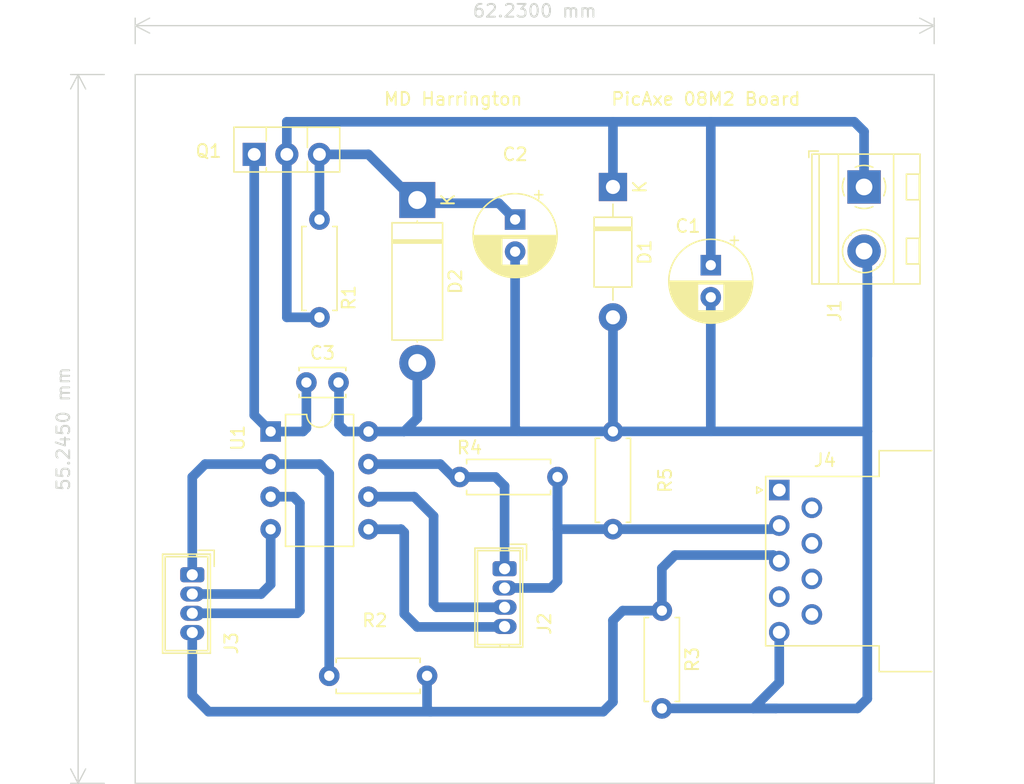
<source format=kicad_pcb>
(kicad_pcb (version 20211014) (generator pcbnew)
  (layers (0 "F.Cu" signal) (31 "B.Cu" signal) (34 "B.Paste" user) (35 "F.Paste" user) (36 "B.SilkS" user "B.Silkscreen") (37 "F.SilkS" user "F.Silkscreen") (38 "B.Mask" user) (39 "F.Mask" user) (44 "Edge.Cuts" user))
  (net 0 "")
  (net 1 "VCC")
  (net 2 "GND")
  (net 3 "Net-(C2-Pad1)")
  (net 4 "5v")
  (net 5 "Net-(J2-Pad1)")
  (net 6 "RX data")
  (net 7 "Net-(J2-Pad3)")
  (net 8 "Net-(J2-Pad4)")
  (net 9 "Net-(J3-Pad1)")
  (net 10 "Net-(J3-Pad2)")
  (net 11 "Net-(J3-Pad3)")
  (net 12 "TX data")
  (footprint "Resistor_THT:R_Axial_DIN0207_L6.3mm_D2.5mm_P7.62mm_Horizontal" (layer "F.Cu") (at 156.718 109.728 180)
    (fp_text reference "R2" (at 4.064 4.318) (layer "F.SilkS"))
    (fp_text value "22K")
    (fp_line (start 0.54 1.04) (end 0.54 1.37) (layer "F.SilkS") (width 0.12))
    (fp_line (start 0.54 -1.04) (end 0.54 -1.37) (layer "F.SilkS") (width 0.12))
    (fp_line (start 7.08 -1.37) (end 7.08 -1.04) (layer "F.SilkS") (width 0.12))
    (fp_line (start 0.54 -1.37) (end 7.08 -1.37) (layer "F.SilkS") (width 0.12))
    (fp_line (start 0.54 1.37) (end 7.08 1.37) (layer "F.SilkS") (width 0.12))
    (fp_line (start 7.08 1.37) (end 7.08 1.04) (layer "F.SilkS") (width 0.12))
    (pad "1" thru_hole circle (at 0 0 180) (size 1.6 1.6) (drill 0.8) (layers *.Cu *.Mask) (net 12 "TX data"))
    (pad "2" thru_hole oval (at 7.62 0 180) (size 1.6 1.6) (drill 0.8) (layers *.Cu *.Mask) (net 9 "Net-(J3-Pad1)"))
  )
  (footprint "TerminalBlock_MetzConnect:TerminalBlock_MetzConnect_Type094_RT03502HBLU_1x02_P5.00mm_Horizontal" (layer "F.Cu") (at 190.754 71.628 -90)
    (fp_text reference "J1" (at 9.652 2.286 90) (layer "F.SilkS"))
    (fp_text value "DC 12Volts")
    (fp_line (start 7.56 -4.36) (end 7.56 4.06) (layer "F.SilkS") (width 0.12))
    (fp_line (start -2.8 4.3) (end -2.3 4.3) (layer "F.SilkS") (width 0.12))
    (fp_line (start -2.56 -2.301) (end 7.56 -2.301) (layer "F.SilkS") (width 0.12))
    (fp_line (start 6 -4.3) (end 6 -3.3) (layer "F.SilkS") (width 0.12))
    (fp_line (start -2.56 4.06) (end 7.56 4.06) (layer "F.SilkS") (width 0.12))
    (fp_line (start -2.56 2) (end 7.56 2) (layer "F.SilkS") (width 0.12))
    (fp_line (start 4 -4.3) (end 4 -3.3) (layer "F.SilkS") (width 0.12))
    (fp_line (start -2.56 3.5) (end 7.56 3.5) (layer "F.SilkS") (width 0.12))
    (fp_line (start -1 -4.3) (end -1 -3.3) (layer "F.SilkS") (width 0.12))
    (fp_line (start 3.773 1.023) (end 3.726 1.069) (layer "F.SilkS") (width 0.12))
    (fp_line (start 4 -3.3) (end 6 -3.3) (layer "F.SilkS") (width 0.12))
    (fp_line (start -1 -3.3) (end 1 -3.3) (layer "F.SilkS") (width 0.12))
    (fp_line (start -2.56 -4.36) (end 7.56 -4.36) (layer "F.SilkS") (width 0.12))
    (fp_line (start -2.8 3.56) (end -2.8 4.3) (layer "F.SilkS") (width 0.12))
    (fp_line (start -2.56 -4.36) (end -2.56 4.06) (layer "F.SilkS") (width 0.12))
    (fp_line (start 4 -4.3) (end 6 -4.3) (layer "F.SilkS") (width 0.12))
    (fp_line (start 6.07 -1.275) (end 6.035 -1.239) (layer "F.SilkS") (width 0.12))
    (fp_line (start 3.966 1.239) (end 3.931 1.274) (layer "F.SilkS") (width 0.12))
    (fp_line (start 1 -4.3) (end 1 -3.3) (layer "F.SilkS") (width 0.12))
    (fp_line (start -1 -4.3) (end 1 -4.3) (layer "F.SilkS") (width 0.12))
    (fp_line (start 6.275 -1.069) (end 6.228 -1.023) (layer "F.SilkS") (width 0.12))
    (fp_arc (start -1.535427 0.683042) (mid -1.680501 -0.000524) (end -1.535 -0.684) (layer "F.SilkS") (width 0.12))
    (fp_arc (start 0.028805 1.680253) (mid -0.335551 1.646659) (end -0.684 1.535) (layer "F.SilkS") (width 0.12))
    (fp_arc (start 1.535427 -0.683042) (mid 1.680501 0.000524) (end 1.535 0.684) (layer "F.SilkS") (width 0.12))
    (fp_arc (start -0.683042 -1.535427) (mid 0.000524 -1.680501) (end 0.684 -1.535) (layer "F.SilkS") (width 0.12))
    (fp_arc (start 0.683318 1.534756) (mid 0.349292 1.643288) (end 0 1.68) (layer "F.SilkS") (width 0.12))
    (fp_circle (center 5 0) (end 6.68 0) (layer "F.SilkS") (width 0.12) (fill none))
    (pad "1" thru_hole rect (at 0 0 270) (size 2.6 2.6) (drill 1.3) (layers *.Cu *.Mask) (net 1 "VCC"))
    (pad "2" thru_hole circle (at 5 0 270) (size 2.6 2.6) (drill 1.3) (layers *.Cu *.Mask) (net 2 "GND"))
  )
  (footprint "Package_TO_SOT_THT:TO-126-3_Vertical" (layer "F.Cu") (at 143.256 69.088)
    (fp_text reference "Q1" (at -3.556 -0.254) (layer "F.SilkS"))
    (fp_text value "2SD600")
    (fp_line (start -1.58 1.37) (end 6.66 1.37) (layer "F.SilkS") (width 0.12))
    (fp_line (start 0.94 -2.12) (end 0.94 -1.05) (layer "F.SilkS") (width 0.12))
    (fp_line (start 0.94 1.05) (end 0.94 1.37) (layer "F.SilkS") (width 0.12))
    (fp_line (start -1.58 -2.12) (end 6.66 -2.12) (layer "F.SilkS") (width 0.12))
    (fp_line (start 6.66 -2.12) (end 6.66 1.37) (layer "F.SilkS") (width 0.12))
    (fp_line (start 4.141 0.54) (end 4.141 1.37) (layer "F.SilkS") (width 0.12))
    (fp_line (start 4.141 -2.12) (end 4.141 -0.54) (layer "F.SilkS") (width 0.12))
    (fp_line (start -1.58 -2.12) (end -1.58 1.37) (layer "F.SilkS") (width 0.12))
    (pad "1" thru_hole rect (at 0 0) (size 1.8 1.8) (drill 1) (layers *.Cu *.Mask) (net 4 "5v"))
    (pad "2" thru_hole oval (at 2.54 0) (size 1.8 1.8) (drill 1) (layers *.Cu *.Mask) (net 1 "VCC"))
    (pad "3" thru_hole oval (at 5.08 0) (size 1.8 1.8) (drill 1) (layers *.Cu *.Mask) (net 3 "Net-(C2-Pad1)"))
  )
  (footprint "Diode_THT:D_DO-41_SOD81_P10.16mm_Horizontal" (layer "F.Cu") (at 171.196 71.628 -90)
    (fp_text reference "D1" (at 5.08 -2.47 90) (layer "F.SilkS"))
    (fp_text value "1N4001")
    (fp_text user "K" (at 0 -2.1 90) (layer "F.SilkS"))
    (fp_line (start 2.36 -1.47) (end 2.36 1.47) (layer "F.SilkS") (width 0.12))
    (fp_line (start 8.82 0) (end 7.8 0) (layer "F.SilkS") (width 0.12))
    (fp_line (start 3.26 -1.47) (end 3.26 1.47) (layer "F.SilkS") (width 0.12))
    (fp_line (start 3.14 -1.47) (end 3.14 1.47) (layer "F.SilkS") (width 0.12))
    (fp_line (start 7.8 1.47) (end 7.8 -1.47) (layer "F.SilkS") (width 0.12))
    (fp_line (start 2.36 1.47) (end 7.8 1.47) (layer "F.SilkS") (width 0.12))
    (fp_line (start 1.34 0) (end 2.36 0) (layer "F.SilkS") (width 0.12))
    (fp_line (start 3.38 -1.47) (end 3.38 1.47) (layer "F.SilkS") (width 0.12))
    (fp_line (start 7.8 -1.47) (end 2.36 -1.47) (layer "F.SilkS") (width 0.12))
    (pad "1" thru_hole rect (at 0 0 270) (size 2.2 2.2) (drill 1.1) (layers *.Cu *.Mask) (net 1 "VCC"))
    (pad "2" thru_hole oval (at 10.16 0 270) (size 2.2 2.2) (drill 1.1) (layers *.Cu *.Mask) (net 2 "GND"))
  )
  (footprint "Resistor_THT:R_Axial_DIN0207_L6.3mm_D2.5mm_P7.62mm_Horizontal" (layer "F.Cu") (at 171.196 98.298 90)
    (fp_text reference "R5" (at 3.81 4.064 90) (layer "F.SilkS"))
    (fp_text value "10K")
    (fp_line (start 0.54 1.37) (end 7.08 1.37) (layer "F.SilkS") (width 0.12))
    (fp_line (start 0.54 -1.37) (end 7.08 -1.37) (layer "F.SilkS") (width 0.12))
    (fp_line (start 0.54 1.04) (end 0.54 1.37) (layer "F.SilkS") (width 0.12))
    (fp_line (start 0.54 -1.04) (end 0.54 -1.37) (layer "F.SilkS") (width 0.12))
    (fp_line (start 7.08 1.37) (end 7.08 1.04) (layer "F.SilkS") (width 0.12))
    (fp_line (start 7.08 -1.37) (end 7.08 -1.04) (layer "F.SilkS") (width 0.12))
    (pad "1" thru_hole circle (at 0 0 90) (size 1.6 1.6) (drill 0.8) (layers *.Cu *.Mask) (net 6 "RX data"))
    (pad "2" thru_hole oval (at 7.62 0 90) (size 1.6 1.6) (drill 0.8) (layers *.Cu *.Mask) (net 2 "GND"))
  )
  (footprint "Capacitor_THT:C_Disc_D3.4mm_W2.1mm_P2.50mm" (layer "F.Cu") (at 147.32 86.868)
    (fp_text reference "C3" (at 1.25 -2.3) (layer "F.SilkS"))
    (fp_text value "0.1 uf")
    (fp_line (start 3.07 0.925) (end 3.07 1.17) (layer "F.SilkS") (width 0.12))
    (fp_line (start -0.57 -1.17) (end 3.07 -1.17) (layer "F.SilkS") (width 0.12))
    (fp_line (start -0.57 0.925) (end -0.57 1.17) (layer "F.SilkS") (width 0.12))
    (fp_line (start -0.57 1.17) (end 3.07 1.17) (layer "F.SilkS") (width 0.12))
    (fp_line (start 3.07 -1.17) (end 3.07 -0.925) (layer "F.SilkS") (width 0.12))
    (fp_line (start -0.57 -1.17) (end -0.57 -0.925) (layer "F.SilkS") (width 0.12))
    (pad "1" thru_hole circle (at 0 0) (size 1.6 1.6) (drill 0.8) (layers *.Cu *.Mask) (net 4 "5v"))
    (pad "2" thru_hole circle (at 2.5 0) (size 1.6 1.6) (drill 0.8) (layers *.Cu *.Mask) (net 2 "GND"))
  )
  (footprint "Connector_Dsub:DSUB-9_Female_Horizontal_P2.77x2.54mm_EdgePinOffset9.40mm" (layer "F.Cu") (at 184.15 95.25 90)
    (fp_text reference "J4" (at 2.324 3.550331 180) (layer "F.SilkS"))
    (fp_text value "DB9_Male")
    (fp_line (start 0.25 -1.754338) (end 0 -1.321325) (layer "F.SilkS") (width 0.12))
    (fp_line (start -14.15 7.78) (end -12.14 7.78) (layer "F.SilkS") (width 0.12))
    (fp_line (start 1.06 7.78) (end 3.07 7.78) (layer "F.SilkS") (width 0.12))
    (fp_line (start -0.25 -1.754338) (end 0.25 -1.754338) (layer "F.SilkS") (width 0.12))
    (fp_line (start -12.14 -1.06) (end 1.06 -1.06) (layer "F.SilkS") (width 0.12))
    (fp_line (start 0 -1.321325) (end -0.25 -1.754338) (layer "F.SilkS") (width 0.12))
    (fp_line (start -14.15 11.88) (end -14.15 7.78) (layer "F.SilkS") (width 0.12))
    (fp_line (start -12.14 7.78) (end -12.14 -1.06) (layer "F.SilkS") (width 0.12))
    (fp_line (start 1.06 -1.06) (end 1.06 7.78) (layer "F.SilkS") (width 0.12))
    (fp_line (start 3.07 7.78) (end 3.07 11.88) (layer "F.SilkS") (width 0.12))
    (pad "1" thru_hole rect (at 0 0 90) (size 1.6 1.6) (drill 1) (layers *.Cu *.Mask))
    (pad "2" thru_hole circle (at -2.77 0 90) (size 1.6 1.6) (drill 1) (layers *.Cu *.Mask) (net 6 "RX data"))
    (pad "3" thru_hole circle (at -5.54 0 90) (size 1.6 1.6) (drill 1) (layers *.Cu *.Mask) (net 12 "TX data"))
    (pad "4" thru_hole circle (at -8.31 0 90) (size 1.6 1.6) (drill 1) (layers *.Cu *.Mask))
    (pad "5" thru_hole circle (at -11.08 0 90) (size 1.6 1.6) (drill 1) (layers *.Cu *.Mask) (net 2 "GND"))
    (pad "6" thru_hole circle (at -1.385 2.54 90) (size 1.6 1.6) (drill 1) (layers *.Cu *.Mask))
    (pad "7" thru_hole circle (at -4.155 2.54 90) (size 1.6 1.6) (drill 1) (layers *.Cu *.Mask))
    (pad "8" thru_hole circle (at -6.925 2.54 90) (size 1.6 1.6) (drill 1) (layers *.Cu *.Mask))
    (pad "9" thru_hole circle (at -9.695 2.54 90) (size 1.6 1.6) (drill 1) (layers *.Cu *.Mask))
  )
  (footprint "Capacitor_THT:CP_Radial_D6.3mm_P2.50mm" (layer "F.Cu") (at 163.576 74.168 -90)
    (fp_text reference "C2" (at -5.08 0 180) (layer "F.SilkS"))
    (fp_text value "C_Polarized")
    (fp_line (start 4.371 -0.94) (end 4.371 0.94) (layer "F.SilkS") (width 0.12))
    (fp_line (start 3.091 1.04) (end 3.091 2.664) (layer "F.SilkS") (width 0.12))
    (fp_line (start 2.891 1.04) (end 2.891 2.79) (layer "F.SilkS") (width 0.12))
    (fp_line (start 2.211 1.04) (end 2.211 3.086) (layer "F.SilkS") (width 0.12))
    (fp_line (start 2.091 1.04) (end 2.091 3.121) (layer "F.SilkS") (width 0.12))
    (fp_line (start 1.69 -3.201) (end 1.69 -1.04) (layer "F.SilkS") (width 0.12))
    (fp_line (start 3.691 -2.137) (end 3.691 2.137) (layer "F.SilkS") (width 0.12))
    (fp_line (start 2.291 -3.061) (end 2.291 -1.04) (layer "F.SilkS") (width 0.12))
    (fp_line (start 3.811 -1.995) (end 3.811 1.995) (layer "F.SilkS") (width 0.12))
    (fp_line (start 3.291 1.04) (end 3.291 2.516) (layer "F.SilkS") (width 0.12))
    (fp_line (start 3.011 1.04) (end 3.011 2.716) (layer "F.SilkS") (width 0.12))
    (fp_line (start 1.41 -3.227) (end 1.41 3.227) (layer "F.SilkS") (width 0.12))
    (fp_line (start -1.935241 -2.154) (end -1.935241 -1.524) (layer "F.SilkS") (width 0.12))
    (fp_line (start 4.331 -1.059) (end 4.331 1.059) (layer "F.SilkS") (width 0.12))
    (fp_line (start 2.371 1.04) (end 2.371 3.033) (layer "F.SilkS") (width 0.12))
    (fp_line (start 3.091 -2.664) (end 3.091 -1.04) (layer "F.SilkS") (width 0.12))
    (fp_line (start 3.291 -2.516) (end 3.291 -1.04) (layer "F.SilkS") (width 0.12))
    (fp_line (start 3.131 -2.636) (end 3.131 -1.04) (layer "F.SilkS") (width 0.12))
    (fp_line (start 4.411 -0.802) (end 4.411 0.802) (layer "F.SilkS") (width 0.12))
    (fp_line (start 2.411 1.04) (end 2.411 3.018) (layer "F.SilkS") (width 0.12))
    (fp_line (start 4.491 -0.402) (end 4.491 0.402) (layer "F.SilkS") (width 0.12))
    (fp_line (start 4.051 -1.65) (end 4.051 1.65) (layer "F.SilkS") (width 0.12))
    (fp_line (start 2.171 1.04) (end 2.171 3.098) (layer "F.SilkS") (width 0.12))
    (fp_line (start 2.771 1.04) (end 2.771 2.856) (layer "F.SilkS") (width 0.12))
    (fp_line (start 2.611 -2.934) (end 2.611 -1.04) (layer "F.SilkS") (width 0.12))
    (fp_line (start 2.931 1.04) (end 2.931 2.766) (layer "F.SilkS") (width 0.12))
    (fp_line (start 2.771 -2.856) (end 2.771 -1.04) (layer "F.SilkS") (width 0.12))
    (fp_line (start 1.65 -3.206) (end 1.65 -1.04) (layer "F.SilkS") (width 0.12))
    (fp_line (start 2.251 1.04) (end 2.251 3.074) (layer "F.SilkS") (width 0.12))
    (fp_line (start 1.25 -3.23) (end 1.25 3.23) (layer "F.SilkS") (width 0.12))
    (fp_line (start 1.85 -3.175) (end 1.85 -1.04) (layer "F.SilkS") (width 0.12))
    (fp_line (start 2.211 -3.086) (end 2.211 -1.04) (layer "F.SilkS") (width 0.12))
    (fp_line (start 2.011 1.04) (end 2.011 3.141) (layer "F.SilkS") (width 0.12))
    (fp_line (start 2.571 -2.952) (end 2.571 -1.04) (layer "F.SilkS") (width 0.12))
    (fp_line (start 1.49 -3.222) (end 1.49 -1.04) (layer "F.SilkS") (width 0.12))
    (fp_line (start 2.851 -2.812) (end 2.851 -1.04) (layer "F.SilkS") (width 0.12))
    (fp_line (start 2.811 1.04) (end 2.811 2.834) (layer "F.SilkS") (width 0.12))
    (fp_line (start 3.851 -1.944) (end 3.851 1.944) (layer "F.SilkS") (width 0.12))
    (fp_line (start 2.531 1.04) (end 2.531 2.97) (layer "F.SilkS") (width 0.12))
    (fp_line (start 3.971 -1.776) (end 3.971 1.776) (layer "F.SilkS") (width 0.12))
    (fp_line (start 2.411 -3.018) (end 2.411 -1.04) (layer "F.SilkS") (width 0.12))
    (fp_line (start 3.011 -2.716) (end 3.011 -1.04) (layer "F.SilkS") (width 0.12))
    (fp_line (start 3.251 -2.548) (end 3.251 -1.04) (layer "F.SilkS") (width 0.12))
    (fp_line (start 1.85 1.04) (end 1.85 3.175) (layer "F.SilkS") (width 0.12))
    (fp_line (start 2.651 1.04) (end 2.651 2.916) (layer "F.SilkS") (width 0.12))
    (fp_line (start 3.611 -2.224) (end 3.611 2.224) (layer "F.SilkS") (width 0.12))
    (fp_line (start 2.731 1.04) (end 2.731 2.876) (layer "F.SilkS") (width 0.12))
    (fp_line (start 3.651 -2.182) (end 3.651 2.182) (layer "F.SilkS") (width 0.12))
    (fp_line (start 1.57 -3.215) (end 1.57 -1.04) (layer "F.SilkS") (width 0.12))
    (fp_line (start 2.571 1.04) (end 2.571 2.952) (layer "F.SilkS") (width 0.12))
    (fp_line (start 2.451 1.04) (end 2.451 3.002) (layer "F.SilkS") (width 0.12))
    (fp_line (start 1.73 1.04) (end 1.73 3.195) (layer "F.SilkS") (width 0.12))
    (fp_line (start 2.971 -2.742) (end 2.971 -1.04) (layer "F.SilkS") (width 0.12))
    (fp_line (start 2.971 1.04) (end 2.971 2.742) (layer "F.SilkS") (width 0.12))
    (fp_line (start 3.411 1.04) (end 3.411 2.416) (layer "F.SilkS") (width 0.12))
    (fp_line (start 2.331 -3.047) (end 2.331 -1.04) (layer "F.SilkS") (width 0.12))
    (fp_line (start 3.051 -2.69) (end 3.051 -1.04) (layer "F.SilkS") (width 0.12))
    (fp_line (start 2.691 -2.896) (end 2.691 -1.04) (layer "F.SilkS") (width 0.12))
    (fp_line (start 3.931 -1.834) (end 3.931 1.834) (layer "F.SilkS") (width 0.12))
    (fp_line (start 1.89 -3.167) (end 1.89 -1.04) (layer "F.SilkS") (width 0.12))
    (fp_line (start 3.571 -2.265) (end 3.571 2.265) (layer "F.SilkS") (width 0.12))
    (fp_line (start 1.61 1.04) (end 1.61 3.211) (layer "F.SilkS") (width 0.12))
    (fp_line (start 4.131 -1.509) (end 4.131 1.509) (layer "F.SilkS") (width 0.12))
    (fp_line (start 1.73 -3.195) (end 1.73 -1.04) (layer "F.SilkS") (width 0.12))
    (fp_line (start 1.971 1.04) (end 1.971 3.15) (layer "F.SilkS") (width 0.12))
    (fp_line (start 4.091 -1.581) (end 4.091 1.581) (layer "F.SilkS") (width 0.12))
    (fp_line (start 2.451 -3.002) (end 2.451 -1.04) (layer "F.SilkS") (width 0.12))
    (fp_line (start 3.451 -2.38) (end 3.451 -1.04) (layer "F.SilkS") (width 0.12))
    (fp_line (start 3.371 -2.45) (end 3.371 -1.04) (layer "F.SilkS") (width 0.12))
    (fp_line (start 3.491 -2.343) (end 3.491 -1.04) (layer "F.SilkS") (width 0.12))
    (fp_line (start 3.411 -2.416) (end 3.411 -1.04) (layer "F.SilkS") (width 0.12))
    (fp_line (start 2.251 -3.074) (end 2.251 -1.04) (layer "F.SilkS") (width 0.12))
    (fp_line (start 2.011 -3.141) (end 2.011 -1.04) (layer "F.SilkS") (width 0.12))
    (fp_line (start 2.931 -2.766) (end 2.931 -1.04) (layer "F.SilkS") (width 0.12))
    (fp_line (start 4.251 -1.262) (end 4.251 1.262) (layer "F.SilkS") (width 0.12))
    (fp_line (start 3.251 1.04) (end 3.251 2.548) (layer "F.SilkS") (width 0.12))
    (fp_line (start 3.211 1.04) (end 3.211 2.578) (layer "F.SilkS") (width 0.12))
    (fp_line (start 4.211 -1.35) (end 4.211 1.35) (layer "F.SilkS") (width 0.12))
    (fp_line (start 2.051 -3.131) (end 2.051 -1.04) (layer "F.SilkS") (width 0.12))
    (fp_line (start 2.131 1.04) (end 2.131 3.11) (layer "F.SilkS") (width 0.12))
    (fp_line (start 4.011 -1.714) (end 4.011 1.714) (layer "F.SilkS") (width 0.12))
    (fp_line (start 3.451 1.04) (end 3.451 2.38) (layer "F.SilkS") (width 0.12))
    (fp_line (start 2.651 -2.916) (end 2.651 -1.04) (layer "F.SilkS") (width 0.12))
    (fp_line (start 1.69 1.04) (end 1.69 3.201) (layer "F.SilkS") (width 0.12))
    (fp_line (start 2.731 -2.876) (end 2.731 -1.04) (layer "F.SilkS") (width 0.12))
    (fp_line (start 3.531 -2.305) (end 3.531 -1.04) (layer "F.SilkS") (width 0.12))
    (fp_line (start 2.091 -3.121) (end 2.091 -1.04) (layer "F.SilkS") (width 0.12))
    (fp_line (start 3.731 -2.092) (end 3.731 2.092) (layer "F.SilkS") (width 0.12))
    (fp_line (start 3.211 -2.578) (end 3.211 -1.04) (layer "F.SilkS") (width 0.12))
    (fp_line (start 3.171 -2.607) (end 3.171 -1.04) (layer "F.SilkS") (width 0.12))
    (fp_line (start 3.371 1.04) (end 3.371 2.45) (layer "F.SilkS") (width 0.12))
    (fp_line (start 2.851 1.04) (end 2.851 2.812) (layer "F.SilkS") (width 0.12))
    (fp_line (start 3.891 -1.89) (end 3.891 1.89) (layer "F.SilkS") (width 0.12))
    (fp_line (start 1.61 -3.211) (end 1.61 -1.04) (layer "F.SilkS") (width 0.12))
    (fp_line (start 2.131 -3.11) (end 2.131 -1.04) (layer "F.SilkS") (width 0.12))
    (fp_line (start -2.250241 -1.839) (end -1.620241 -1.839) (layer "F.SilkS") (width 0.12))
    (fp_line (start 1.65 1.04) (end 1.65 3.206) (layer "F.SilkS") (width 0.12))
    (fp_line (start 1.53 -3.218) (end 1.53 -1.04) (layer "F.SilkS") (width 0.12))
    (fp_line (start 2.531 -2.97) (end 2.531 -1.04) (layer "F.SilkS") (width 0.12))
    (fp_line (start 2.171 -3.098) (end 2.171 -1.04) (layer "F.SilkS") (width 0.12))
    (fp_line (start 1.29 -3.23) (end 1.29 3.23) (layer "F.SilkS") (width 0.12))
    (fp_line (start 4.451 -0.633) (end 4.451 0.633) (layer "F.SilkS") (width 0.12))
    (fp_line (start 1.971 -3.15) (end 1.971 -1.04) (layer "F.SilkS") (width 0.12))
    (fp_line (start 1.53 1.04) (end 1.53 3.218) (layer "F.SilkS") (width 0.12))
    (fp_line (start 4.171 -1.432) (end 4.171 1.432) (layer "F.SilkS") (width 0.12))
    (fp_line (start 3.331 1.04) (end 3.331 2.484) (layer "F.SilkS") (width 0.12))
    (fp_line (start 1.77 -3.189) (end 1.77 -1.04) (layer "F.SilkS") (width 0.12))
    (fp_line (start 3.051 1.04) (end 3.051 2.69) (layer "F.SilkS") (width 0.12))
    (fp_line (start 1.49 1.04) (end 1.49 3.222) (layer "F.SilkS") (width 0.12))
    (fp_line (start 1.81 -3.182) (end 1.81 -1.04) (layer "F.SilkS") (width 0.12))
    (fp_line (start 2.331 1.04) (end 2.331 3.047) (layer "F.SilkS") (width 0.12))
    (fp_line (start 2.051 1.04) (end 2.051 3.131) (layer "F.SilkS") (width 0.12))
    (fp_line (start 2.291 1.04) (end 2.291 3.061) (layer "F.SilkS") (width 0.12))
    (fp_line (start 4.291 -1.165) (end 4.291 1.165) (layer "F.SilkS") (width 0.12))
    (fp_line (start 2.811 -2.834) (end 2.811 -1.04) (layer "F.SilkS") (width 0.12))
    (fp_line (start 3.491 1.04) (end 3.491 2.343) (layer "F.SilkS") (width 0.12))
    (fp_line (start 3.331 -2.484) (end 3.331 -1.04) (layer "F.SilkS") (width 0.12))
    (fp_line (start 2.691 1.04) (end 2.691 2.896) (layer "F.SilkS") (width 0.12))
    (fp_line (start 3.531 1.04) (end 3.531 2.305) (layer "F.SilkS") (width 0.12))
    (fp_line (start 1.89 1.04) (end 1.89 3.167) (layer "F.SilkS") (width 0.12))
    (fp_line (start 2.491 1.04) (end 2.491 2.986) (layer "F.SilkS") (width 0.12))
    (fp_line (start 1.37 -3.228) (end 1.37 3.228) (layer "F.SilkS") (width 0.12))
    (fp_line (start 1.57 1.04) (end 1.57 3.215) (layer "F.SilkS") (width 0.12))
    (fp_line (start 3.771 -2.044) (end 3.771 2.044) (layer "F.SilkS") (width 0.12))
    (fp_line (start 1.93 1.04) (end 1.93 3.159) (layer "F.SilkS") (width 0.12))
    (fp_line (start 3.131 1.04) (end 3.131 2.636) (layer "F.SilkS") (width 0.12))
    (fp_line (start 1.33 -3.23) (end 1.33 3.23) (layer "F.SilkS") (width 0.12))
    (fp_line (start 3.171 1.04) (end 3.171 2.607) (layer "F.SilkS") (width 0.12))
    (fp_line (start 1.77 1.04) (end 1.77 3.189) (layer "F.SilkS") (width 0.12))
    (fp_line (start 2.891 -2.79) (end 2.891 -1.04) (layer "F.SilkS") (width 0.12))
    (fp_line (start 1.45 -3.224) (end 1.45 3.224) (layer "F.SilkS") (width 0.12))
    (fp_line (start 2.491 -2.986) (end 2.491 -1.04) (layer "F.SilkS") (width 0.12))
    (fp_line (start 2.611 1.04) (end 2.611 2.934) (layer "F.SilkS") (width 0.12))
    (fp_line (start 2.371 -3.033) (end 2.371 -1.04) (layer "F.SilkS") (width 0.12))
    (fp_line (start 1.81 1.04) (end 1.81 3.182) (layer "F.SilkS") (width 0.12))
    (fp_line (start 1.93 -3.159) (end 1.93 -1.04) (layer "F.SilkS") (width 0.12))
    (fp_circle (center 1.25 0) (end 4.52 0) (layer "F.SilkS") (width 0.12) (fill none))
    (pad "1" thru_hole rect (at 0 0 270) (size 1.6 1.6) (drill 0.8) (layers *.Cu *.Mask) (net 3 "Net-(C2-Pad1)"))
    (pad "2" thru_hole circle (at 2.5 0 270) (size 1.6 1.6) (drill 0.8) (layers *.Cu *.Mask) (net 2 "GND"))
  )
  (footprint "Resistor_THT:R_Axial_DIN0207_L6.3mm_D2.5mm_P7.62mm_Horizontal" (layer "F.Cu") (at 148.336 81.788 90)
    (fp_text reference "R1" (at 1.524 2.286 90) (layer "F.SilkS"))
    (fp_text value "1K")
    (fp_line (start 7.08 1.37) (end 7.08 1.04) (layer "F.SilkS") (width 0.12))
    (fp_line (start 0.54 -1.37) (end 7.08 -1.37) (layer "F.SilkS") (width 0.12))
    (fp_line (start 0.54 1.37) (end 7.08 1.37) (layer "F.SilkS") (width 0.12))
    (fp_line (start 0.54 1.04) (end 0.54 1.37) (layer "F.SilkS") (width 0.12))
    (fp_line (start 0.54 -1.04) (end 0.54 -1.37) (layer "F.SilkS") (width 0.12))
    (fp_line (start 7.08 -1.37) (end 7.08 -1.04) (layer "F.SilkS") (width 0.12))
    (pad "1" thru_hole circle (at 0 0 90) (size 1.6 1.6) (drill 0.8) (layers *.Cu *.Mask) (net 1 "VCC"))
    (pad "2" thru_hole oval (at 7.62 0 90) (size 1.6 1.6) (drill 0.8) (layers *.Cu *.Mask) (net 3 "Net-(C2-Pad1)"))
  )
  (footprint "Capacitor_THT:CP_Radial_D6.3mm_P2.50mm" (layer "F.Cu") (at 178.816 77.724 -90)
    (fp_text reference "C1" (at -3.048 1.778 180) (layer "F.SilkS"))
    (fp_text value "C_Polarized")
    (fp_line (start 3.611 -2.224) (end 3.611 2.224) (layer "F.SilkS") (width 0.12))
    (fp_line (start 2.211 -3.086) (end 2.211 -1.04) (layer "F.SilkS") (width 0.12))
    (fp_line (start 2.931 -2.766) (end 2.931 -1.04) (layer "F.SilkS") (width 0.12))
    (fp_line (start 2.931 1.04) (end 2.931 2.766) (layer "F.SilkS") (width 0.12))
    (fp_line (start 1.73 -3.195) (end 1.73 -1.04) (layer "F.SilkS") (width 0.12))
    (fp_line (start 3.931 -1.834) (end 3.931 1.834) (layer "F.SilkS") (width 0.12))
    (fp_line (start 2.971 -2.742) (end 2.971 -1.04) (layer "F.SilkS") (width 0.12))
    (fp_line (start 1.77 1.04) (end 1.77 3.189) (layer "F.SilkS") (width 0.12))
    (fp_line (start 3.731 -2.092) (end 3.731 2.092) (layer "F.SilkS") (width 0.12))
    (fp_line (start 3.131 1.04) (end 3.131 2.636) (layer "F.SilkS") (width 0.12))
    (fp_line (start 2.731 -2.876) (end 2.731 -1.04) (layer "F.SilkS") (width 0.12))
    (fp_line (start 2.051 1.04) (end 2.051 3.131) (layer "F.SilkS") (width 0.12))
    (fp_line (start 1.29 -3.23) (end 1.29 3.23) (layer "F.SilkS") (width 0.12))
    (fp_line (start 2.491 -2.986) (end 2.491 -1.04) (layer "F.SilkS") (width 0.12))
    (fp_line (start 2.451 1.04) (end 2.451 3.002) (layer "F.SilkS") (width 0.12))
    (fp_line (start 2.251 -3.074) (end 2.251 -1.04) (layer "F.SilkS") (width 0.12))
    (fp_line (start 3.411 -2.416) (end 3.411 -1.04) (layer "F.SilkS") (width 0.12))
    (fp_line (start 2.371 1.04) (end 2.371 3.033) (layer "F.SilkS") (width 0.12))
    (fp_line (start 2.411 1.04) (end 2.411 3.018) (layer "F.SilkS") (width 0.12))
    (fp_line (start 4.331 -1.059) (end 4.331 1.059) (layer "F.SilkS") (width 0.12))
    (fp_line (start 1.93 1.04) (end 1.93 3.159) (layer "F.SilkS") (width 0.12))
    (fp_line (start 1.61 -3.211) (end 1.61 -1.04) (layer "F.SilkS") (width 0.12))
    (fp_line (start 2.371 -3.033) (end 2.371 -1.04) (layer "F.SilkS") (width 0.12))
    (fp_line (start -2.250241 -1.839) (end -1.620241 -1.839) (layer "F.SilkS") (width 0.12))
    (fp_line (start 3.331 1.04) (end 3.331 2.484) (layer "F.SilkS") (width 0.12))
    (fp_line (start 1.53 1.04) (end 1.53 3.218) (layer "F.SilkS") (width 0.12))
    (fp_line (start 2.531 1.04) (end 2.531 2.97) (layer "F.SilkS") (width 0.12))
    (fp_line (start 1.89 1.04) (end 1.89 3.167) (layer "F.SilkS") (width 0.12))
    (fp_line (start 1.89 -3.167) (end 1.89 -1.04) (layer "F.SilkS") (width 0.12))
    (fp_line (start 3.051 1.04) (end 3.051 2.69) (layer "F.SilkS") (width 0.12))
    (fp_line (start 2.211 1.04) (end 2.211 3.086) (layer "F.SilkS") (width 0.12))
    (fp_line (start 2.651 -2.916) (end 2.651 -1.04) (layer "F.SilkS") (width 0.12))
    (fp_line (start 2.091 1.04) (end 2.091 3.121) (layer "F.SilkS") (width 0.12))
    (fp_line (start 2.171 1.04) (end 2.171 3.098) (layer "F.SilkS") (width 0.12))
    (fp_line (start 2.851 1.04) (end 2.851 2.812) (layer "F.SilkS") (width 0.12))
    (fp_line (start 2.811 -2.834) (end 2.811 -1.04) (layer "F.SilkS") (width 0.12))
    (fp_line (start 3.651 -2.182) (end 3.651 2.182) (layer "F.SilkS") (width 0.12))
    (fp_line (start 1.93 -3.159) (end 1.93 -1.04) (layer "F.SilkS") (width 0.12))
    (fp_line (start 1.37 -3.228) (end 1.37 3.228) (layer "F.SilkS") (width 0.12))
    (fp_line (start 2.291 -3.061) (end 2.291 -1.04) (layer "F.SilkS") (width 0.12))
    (fp_line (start 4.291 -1.165) (end 4.291 1.165) (layer "F.SilkS") (width 0.12))
    (fp_line (start 3.011 1.04) (end 3.011 2.716) (layer "F.SilkS") (width 0.12))
    (fp_line (start -1.935241 -2.154) (end -1.935241 -1.524) (layer "F.SilkS") (width 0.12))
    (fp_line (start 1.69 -3.201) (end 1.69 -1.04) (layer "F.SilkS") (width 0.12))
    (fp_line (start 2.011 1.04) (end 2.011 3.141) (layer "F.SilkS") (width 0.12))
    (fp_line (start 1.25 -3.23) (end 1.25 3.23) (layer "F.SilkS") (width 0.12))
    (fp_line (start 4.491 -0.402) (end 4.491 0.402) (layer "F.SilkS") (width 0.12))
    (fp_line (start 3.291 -2.516) (end 3.291 -1.04) (layer "F.SilkS") (width 0.12))
    (fp_line (start 1.85 1.04) (end 1.85 3.175) (layer "F.SilkS") (width 0.12))
    (fp_line (start 2.011 -3.141) (end 2.011 -1.04) (layer "F.SilkS") (width 0.12))
    (fp_line (start 3.491 -2.343) (end 3.491 -1.04) (layer "F.SilkS") (width 0.12))
    (fp_line (start 3.211 -2.578) (end 3.211 -1.04) (layer "F.SilkS") (width 0.12))
    (fp_line (start 3.171 -2.607) (end 3.171 -1.04) (layer "F.SilkS") (width 0.12))
    (fp_line (start 3.251 1.04) (end 3.251 2.548) (layer "F.SilkS") (width 0.12))
    (fp_line (start 3.211 1.04) (end 3.211 2.578) (layer "F.SilkS") (width 0.12))
    (fp_line (start 2.691 -2.896) (end 2.691 -1.04) (layer "F.SilkS") (width 0.12))
    (fp_line (start 1.971 -3.15) (end 1.971 -1.04) (layer "F.SilkS") (width 0.12))
    (fp_line (start 2.611 1.04) (end 2.611 2.934) (layer "F.SilkS") (width 0.12))
    (fp_line (start 2.491 1.04) (end 2.491 2.986) (layer "F.SilkS") (width 0.12))
    (fp_line (start 1.45 -3.224) (end 1.45 3.224) (layer "F.SilkS") (width 0.12))
    (fp_line (start 2.731 1.04) (end 2.731 2.876) (layer "F.SilkS") (width 0.12))
    (fp_line (start 4.051 -1.65) (end 4.051 1.65) (layer "F.SilkS") (width 0.12))
    (fp_line (start 3.451 -2.38) (end 3.451 -1.04) (layer "F.SilkS") (width 0.12))
    (fp_line (start 1.81 -3.182) (end 1.81 -1.04) (layer "F.SilkS") (width 0.12))
    (fp_line (start 3.371 -2.45) (end 3.371 -1.04) (layer "F.SilkS") (width 0.12))
    (fp_line (start 2.331 1.04) (end 2.331 3.047) (layer "F.SilkS") (width 0.12))
    (fp_line (start 1.81 1.04) (end 1.81 3.182) (layer "F.SilkS") (width 0.12))
    (fp_line (start 1.971 1.04) (end 1.971 3.15) (layer "F.SilkS") (width 0.12))
    (fp_line (start 1.33 -3.23) (end 1.33 3.23) (layer "F.SilkS") (width 0.12))
    (fp_line (start 3.891 -1.89) (end 3.891 1.89) (layer "F.SilkS") (width 0.12))
    (fp_line (start 2.171 -3.098) (end 2.171 -1.04) (layer "F.SilkS") (width 0.12))
    (fp_line (start 1.53 -3.218) (end 1.53 -1.04) (layer "F.SilkS") (width 0.12))
    (fp_line (start 2.091 -3.121) (end 2.091 -1.04) (layer "F.SilkS") (width 0.12))
    (fp_line (start 3.371 1.04) (end 3.371 2.45) (layer "F.SilkS") (width 0.12))
    (fp_line (start 1.57 -3.215) (end 1.57 -1.04) (layer "F.SilkS") (width 0.12))
    (fp_line (start 2.571 1.04) (end 2.571 2.952) (layer "F.SilkS") (width 0.12))
    (fp_line (start 1.41 -3.227) (end 1.41 3.227) (layer "F.SilkS") (width 0.12))
    (fp_line (start 1.61 1.04) (end 1.61 3.211) (layer "F.SilkS") (width 0.12))
    (fp_line (start 3.571 -2.265) (end 3.571 2.265) (layer "F.SilkS") (width 0.12))
    (fp_line (start 3.291 1.04) (end 3.291 2.516) (layer "F.SilkS") (width 0.12))
    (fp_line (start 3.691 -2.137) (end 3.691 2.137) (layer "F.SilkS") (width 0.12))
    (fp_line (start 3.771 -2.044) (end 3.771 2.044) (layer "F.SilkS") (width 0.12))
    (fp_line (start 3.811 -1.995) (end 3.811 1.995) (layer "F.SilkS") (width 0.12))
    (fp_line (start 3.531 1.04) (end 3.531 2.305) (layer "F.SilkS") (width 0.12))
    (fp_line (start 3.251 -2.548) (end 3.251 -1.04) (layer "F.SilkS") (width 0.12))
    (fp_line (start 1.49 -3.222) (end 1.49 -1.04) (layer "F.SilkS") (width 0.12))
    (fp_line (start 3.331 -2.484) (end 3.331 -1.04) (layer "F.SilkS") (width 0.12))
    (fp_line (start 1.57 1.04) (end 1.57 3.215) (layer "F.SilkS") (width 0.12))
    (fp_line (start 1.65 -3.206) (end 1.65 -1.04) (layer "F.SilkS") (width 0.12))
    (fp_line (start 1.85 -3.175) (end 1.85 -1.04) (layer "F.SilkS") (width 0.12))
    (fp_line (start 3.091 -2.664) (end 3.091 -1.04) (layer "F.SilkS") (width 0.12))
    (fp_line (start 2.771 1.04) (end 2.771 2.856) (layer "F.SilkS") (width 0.12))
    (fp_line (start 4.091 -1.581) (end 4.091 1.581) (layer "F.SilkS") (width 0.12))
    (fp_line (start 4.131 -1.509) (end 4.131 1.509) (layer "F.SilkS") (width 0.12))
    (fp_line (start 2.531 -2.97) (end 2.531 -1.04) (layer "F.SilkS") (width 0.12))
    (fp_line (start 2.691 1.04) (end 2.691 2.896) (layer "F.SilkS") (width 0.12))
    (fp_line (start 2.851 -2.812) (end 2.851 -1.04) (layer "F.SilkS") (width 0.12))
    (fp_line (start 3.851 -1.944) (end 3.851 1.944) (layer "F.SilkS") (width 0.12))
    (fp_line (start 1.69 1.04) (end 1.69 3.201) (layer "F.SilkS") (width 0.12))
    (fp_line (start 2.571 -2.952) (end 2.571 -1.04) (layer "F.SilkS") (width 0.12))
    (fp_line (start 3.411 1.04) (end 3.411 2.416) (layer "F.SilkS") (width 0.12))
    (fp_line (start 4.171 -1.432) (end 4.171 1.432) (layer "F.SilkS") (width 0.12))
    (fp_line (start 2.771 -2.856) (end 2.771 -1.04) (layer "F.SilkS") (width 0.12))
    (fp_line (start 2.051 -3.131) (end 2.051 -1.04) (layer "F.SilkS") (width 0.12))
    (fp_line (start 4.211 -1.35) (end 4.211 1.35) (layer "F.SilkS") (width 0.12))
    (fp_line (start 3.051 -2.69) (end 3.051 -1.04) (layer "F.SilkS") (width 0.12))
    (fp_line (start 3.491 1.04) (end 3.491 2.343) (layer "F.SilkS") (width 0.12))
    (fp_line (start 1.49 1.04) (end 1.49 3.222) (layer "F.SilkS") (width 0.12))
    (fp_line (start 1.65 1.04) (end 1.65 3.206) (layer "F.SilkS") (width 0.12))
    (fp_line (start 3.091 1.04) (end 3.091 2.664) (layer "F.SilkS") (width 0.12))
    (fp_line (start 2.891 1.04) (end 2.891 2.79) (layer "F.SilkS") (width 0.12))
    (fp_line (start 2.251 1.04) (end 2.251 3.074) (layer "F.SilkS") (width 0.12))
    (fp_line (start 4.451 -0.633) (end 4.451 0.633) (layer "F.SilkS") (width 0.12))
    (fp_line (start 4.411 -0.802) (end 4.411 0.802) (layer "F.SilkS") (width 0.12))
    (fp_line (start 2.131 -3.11) (end 2.131 -1.04) (layer "F.SilkS") (width 0.12))
    (fp_line (start 1.77 -3.189) (end 1.77 -1.04) (layer "F.SilkS") (width 0.12))
    (fp_line (start 2.451 -3.002) (end 2.451 -1.04) (layer "F.SilkS") (width 0.12))
    (fp_line (start 3.011 -2.716) (end 3.011 -1.04) (layer "F.SilkS") (width 0.12))
    (fp_line (start 4.371 -0.94) (end 4.371 0.94) (layer "F.SilkS") (width 0.12))
    (fp_line (start 4.011 -1.714) (end 4.011 1.714) (layer "F.SilkS") (width 0.12))
    (fp_line (start 2.971 1.04) (end 2.971 2.742) (layer "F.SilkS") (width 0.12))
    (fp_line (start 2.891 -2.79) (end 2.891 -1.04) (layer "F.SilkS") (width 0.12))
    (fp_line (start 3.971 -1.776) (end 3.971 1.776) (layer "F.SilkS") (width 0.12))
    (fp_line (start 3.531 -2.305) (end 3.531 -1.04) (layer "F.SilkS") (width 0.12))
    (fp_line (start 3.451 1.04) (end 3.451 2.38) (layer "F.SilkS") (width 0.12))
    (fp_line (start 3.171 1.04) (end 3.171 2.607) (layer "F.SilkS") (width 0.12))
    (fp_line (start 2.411 -3.018) (end 2.411 -1.04) (layer "F.SilkS") (width 0.12))
    (fp_line (start 2.331 -3.047) (end 2.331 -1.04) (layer "F.SilkS") (width 0.12))
    (fp_line (start 2.651 1.04) (end 2.651 2.916) (layer "F.SilkS") (width 0.12))
    (fp_line (start 2.811 1.04) (end 2.811 2.834) (layer "F.SilkS") (width 0.12))
    (fp_line (start 3.131 -2.636) (end 3.131 -1.04) (layer "F.SilkS") (width 0.12))
    (fp_line (start 1.73 1.04) (end 1.73 3.195) (layer "F.SilkS") (width 0.12))
    (fp_line (start 2.131 1.04) (end 2.131 3.11) (layer "F.SilkS") (width 0.12))
    (fp_line (start 4.251 -1.262) (end 4.251 1.262) (layer "F.SilkS") (width 0.12))
    (fp_line (start 2.611 -2.934) (end 2.611 -1.04) (layer "F.SilkS") (width 0.12))
    (fp_line (start 2.291 1.04) (end 2.291 3.061) (layer "F.SilkS") (width 0.12))
    (fp_circle (center 1.25 0) (end 4.52 0) (layer "F.SilkS") (width 0.12) (fill none))
    (pad "1" thru_hole rect (at 0 0 270) (size 1.6 1.6) (drill 0.8) (layers *.Cu *.Mask) (net 1 "VCC"))
    (pad "2" thru_hole circle (at 2.5 0 270) (size 1.6 1.6) (drill 0.8) (layers *.Cu *.Mask) (net 2 "GND"))
  )
  (footprint "Resistor_THT:R_Axial_DIN0207_L6.3mm_D2.5mm_P7.62mm_Horizontal" (layer "F.Cu") (at 175.006 104.648 -90)
    (fp_text reference "R3" (at 3.81 -2.37 90) (layer "F.SilkS"))
    (fp_text value "10K")
    (fp_line (start 7.08 1.37) (end 7.08 1.04) (layer "F.SilkS") (width 0.12))
    (fp_line (start 0.54 -1.37) (end 7.08 -1.37) (layer "F.SilkS") (width 0.12))
    (fp_line (start 0.54 -1.04) (end 0.54 -1.37) (layer "F.SilkS") (width 0.12))
    (fp_line (start 0.54 1.04) (end 0.54 1.37) (layer "F.SilkS") (width 0.12))
    (fp_line (start 0.54 1.37) (end 7.08 1.37) (layer "F.SilkS") (width 0.12))
    (fp_line (start 7.08 -1.37) (end 7.08 -1.04) (layer "F.SilkS") (width 0.12))
    (pad "1" thru_hole circle (at 0 0 270) (size 1.6 1.6) (drill 0.8) (layers *.Cu *.Mask) (net 12 "TX data"))
    (pad "2" thru_hole oval (at 7.62 0 270) (size 1.6 1.6) (drill 0.8) (layers *.Cu *.Mask) (net 2 "GND"))
  )
  (footprint "Connector_Wuerth:Wuerth_WR-WTB_64800411622_1x04_P1.50mm_Vertical" (layer "F.Cu") (at 162.756 101.382 -90)
    (fp_text reference "J2" (at 4.282 -3.106 90) (layer "F.SilkS"))
    (fp_text value "Header")
    (fp_line (start -1.41 -1.21) (end 5.91 -1.21) (layer "F.SilkS") (width 0.12))
    (fp_line (start -1.41 -0.35) (end -1.41 -1.21) (layer "F.SilkS") (width 0.12))
    (fp_line (start -1.91 -1.71) (end -1.91 -0.46) (layer "F.SilkS") (width 0.12))
    (fp_line (start -1.61 -0.35) (end -1.41 -0.35) (layer "F.SilkS") (width 0.12))
    (fp_line (start 6.11 2.31) (end 6.11 -1.41) (layer "F.SilkS") (width 0.12))
    (fp_line (start -1.41 2.11) (end 5.91 2.11) (layer "F.SilkS") (width 0.12))
    (fp_line (start 5.91 -0.35) (end 6.11 -0.35) (layer "F.SilkS") (width 0.12))
    (fp_line (start -1.61 -1.41) (end -1.61 2.31) (layer "F.SilkS") (width 0.12))
    (fp_line (start 5.91 0.35) (end 6.11 0.35) (layer "F.SilkS") (width 0.12))
    (fp_line (start -1.41 -0.35) (end -1.41 0.35) (layer "F.SilkS") (width 0.12))
    (fp_line (start -1.61 2.31) (end 6.11 2.31) (layer "F.SilkS") (width 0.12))
    (fp_line (start -1.41 0.35) (end -1.41 2.11) (layer "F.SilkS") (width 0.12))
    (fp_line (start 5.91 -1.21) (end 5.91 -0.35) (layer "F.SilkS") (width 0.12))
    (fp_line (start 5.91 2.11) (end 5.91 0.35) (layer "F.SilkS") (width 0.12))
    (fp_line (start -0.66 -1.71) (end -1.91 -1.71) (layer "F.SilkS") (width 0.12))
    (fp_line (start 6.11 -1.41) (end -1.61 -1.41) (layer "F.SilkS") (width 0.12))
    (fp_line (start -1.41 0.35) (end -1.61 0.35) (layer "F.SilkS") (width 0.12))
    (fp_line (start 5.91 -0.35) (end 5.91 0.35) (layer "F.SilkS") (width 0.12))
    (pad "1" thru_hole roundrect (at 0 0 270) (size 1.17 1.87) (drill 0.87) (layers *.Cu *.Mask) (roundrect_rratio 0.213675) (net 5 "Net-(J2-Pad1)"))
    (pad "2" thru_hole oval (at 1.5 0 270) (size 1.17 1.87) (drill 0.87) (layers *.Cu *.Mask) (net 6 "RX data"))
    (pad "3" thru_hole oval (at 3 0 270) (size 1.17 1.87) (drill 0.87) (layers *.Cu *.Mask) (net 7 "Net-(J2-Pad3)"))
    (pad "4" thru_hole oval (at 4.5 0 270) (size 1.17 1.87) (drill 0.87) (layers *.Cu *.Mask) (net 8 "Net-(J2-Pad4)"))
  )
  (footprint "Package_DIP:DIP-8_W7.62mm" (layer "F.Cu") (at 144.536 90.688)
    (fp_text reference "U1" (at -2.55 0.498 90) (layer "F.SilkS"))
    (fp_text value "picaxe08m2")
    (fp_line (start 6.46 8.95) (end 6.46 -1.33) (layer "F.SilkS") (width 0.12))
    (fp_line (start 1.16 8.95) (end 6.46 8.95) (layer "F.SilkS") (width 0.12))
    (fp_line (start 6.46 -1.33) (end 4.81 -1.33) (layer "F.SilkS") (width 0.12))
    (fp_line (start 2.81 -1.33) (end 1.16 -1.33) (layer "F.SilkS") (width 0.12))
    (fp_line (start 1.16 -1.33) (end 1.16 8.95) (layer "F.SilkS") (width 0.12))
    (fp_arc (start 4.81 -1.33) (mid 3.81 -0.33) (end 2.81 -1.33) (layer "F.SilkS") (width 0.12))
    (pad "1" thru_hole rect (at 0 0) (size 1.6 1.6) (drill 0.8) (layers *.Cu *.Mask) (net 4 "5v"))
    (pad "2" thru_hole oval (at 0 2.54) (size 1.6 1.6) (drill 0.8) (layers *.Cu *.Mask) (net 9 "Net-(J3-Pad1)"))
    (pad "3" thru_hole oval (at 0 5.08) (size 1.6 1.6) (drill 0.8) (layers *.Cu *.Mask) (net 11 "Net-(J3-Pad3)"))
    (pad "4" thru_hole oval (at 0 7.62) (size 1.6 1.6) (drill 0.8) (layers *.Cu *.Mask) (net 10 "Net-(J3-Pad2)"))
    (pad "5" thru_hole oval (at 7.62 7.62) (size 1.6 1.6) (drill 0.8) (layers *.Cu *.Mask) (net 8 "Net-(J2-Pad4)"))
    (pad "6" thru_hole oval (at 7.62 5.08) (size 1.6 1.6) (drill 0.8) (layers *.Cu *.Mask) (net 7 "Net-(J2-Pad3)"))
    (pad "7" thru_hole oval (at 7.62 2.54) (size 1.6 1.6) (drill 0.8) (layers *.Cu *.Mask) (net 5 "Net-(J2-Pad1)"))
    (pad "8" thru_hole oval (at 7.62 0) (size 1.6 1.6) (drill 0.8) (layers *.Cu *.Mask) (net 2 "GND"))
  )
  (footprint "Resistor_THT:R_Axial_DIN0207_L6.3mm_D2.5mm_P7.62mm_Horizontal" (layer "F.Cu") (at 159.258 94.234)
    (fp_text reference "R4" (at 0.762 -2.286) (layer "F.SilkS"))
    (fp_text value "100R")
    (fp_line (start 0.54 -1.04) (end 0.54 -1.37) (layer "F.SilkS") (width 0.12))
    (fp_line (start 7.08 -1.37) (end 7.08 -1.04) (layer "F.SilkS") (width 0.12))
    (fp_line (start 0.54 -1.37) (end 7.08 -1.37) (layer "F.SilkS") (width 0.12))
    (fp_line (start 0.54 1.37) (end 7.08 1.37) (layer "F.SilkS") (width 0.12))
    (fp_line (start 7.08 1.37) (end 7.08 1.04) (layer "F.SilkS") (width 0.12))
    (fp_line (start 0.54 1.04) (end 0.54 1.37) (layer "F.SilkS") (width 0.12))
    (pad "1" thru_hole circle (at 0 0) (size 1.6 1.6) (drill 0.8) (layers *.Cu *.Mask) (net 5 "Net-(J2-Pad1)"))
    (pad "2" thru_hole oval (at 7.62 0) (size 1.6 1.6) (drill 0.8) (layers *.Cu *.Mask) (net 6 "RX data"))
  )
  (footprint "Connector_Wuerth:Wuerth_WR-WTB_64800411622_1x04_P1.50mm_Vertical" (layer "F.Cu") (at 138.43 101.854 -90)
    (fp_text reference "J3" (at 5.334 -3.048 90) (layer "F.SilkS"))
    (fp_text value "Header")
    (fp_line (start 5.91 -0.35) (end 5.91 0.35) (layer "F.SilkS") (width 0.12))
    (fp_line (start -1.61 -1.41) (end -1.61 2.31) (layer "F.SilkS") (width 0.12))
    (fp_line (start -1.41 -1.21) (end 5.91 -1.21) (layer "F.SilkS") (width 0.12))
    (fp_line (start -1.61 2.31) (end 6.11 2.31) (layer "F.SilkS") (width 0.12))
    (fp_line (start 5.91 0.35) (end 6.11 0.35) (layer "F.SilkS") (width 0.12))
    (fp_line (start -1.91 -1.71) (end -1.91 -0.46) (layer "F.SilkS") (width 0.12))
    (fp_line (start -1.41 -0.35) (end -1.41 -1.21) (layer "F.SilkS") (width 0.12))
    (fp_line (start -1.41 2.11) (end 5.91 2.11) (layer "F.SilkS") (width 0.12))
    (fp_line (start -1.61 -0.35) (end -1.41 -0.35) (layer "F.SilkS") (width 0.12))
    (fp_line (start 5.91 2.11) (end 5.91 0.35) (layer "F.SilkS") (width 0.12))
    (fp_line (start -1.41 -0.35) (end -1.41 0.35) (layer "F.SilkS") (width 0.12))
    (fp_line (start -1.41 0.35) (end -1.61 0.35) (layer "F.SilkS") (width 0.12))
    (fp_line (start 6.11 -1.41) (end -1.61 -1.41) (layer "F.SilkS") (width 0.12))
    (fp_line (start 5.91 -0.35) (end 6.11 -0.35) (layer "F.SilkS") (width 0.12))
    (fp_line (start 6.11 2.31) (end 6.11 -1.41) (layer "F.SilkS") (width 0.12))
    (fp_line (start 5.91 -1.21) (end 5.91 -0.35) (layer "F.SilkS") (width 0.12))
    (fp_line (start -1.41 0.35) (end -1.41 2.11) (layer "F.SilkS") (width 0.12))
    (fp_line (start -0.66 -1.71) (end -1.91 -1.71) (layer "F.SilkS") (width 0.12))
    (pad "1" thru_hole roundrect (at 0 0 270) (size 1.17 1.87) (drill 0.87) (layers *.Cu *.Mask) (roundrect_rratio 0.213675) (net 9 "Net-(J3-Pad1)"))
    (pad "2" thru_hole oval (at 1.5 0 270) (size 1.17 1.87) (drill 0.87) (layers *.Cu *.Mask) (net 10 "Net-(J3-Pad2)"))
    (pad "3" thru_hole oval (at 3 0 270) (size 1.17 1.87) (drill 0.87) (layers *.Cu *.Mask) (net 11 "Net-(J3-Pad3)"))
    (pad "4" thru_hole oval (at 4.5 0 270) (size 1.17 1.87) (drill 0.87) (layers *.Cu *.Mask) (net 12 "TX data"))
  )
  (footprint "Diode_THT:D_5W_P12.70mm_Horizontal" (layer "F.Cu") (at 155.956 72.644 -90)
    (fp_text reference "D2" (at 6.35 -2.97 90) (layer "F.SilkS"))
    (fp_text value "5v6 1watt")
    (fp_text user "K" (at 0 -2.4 90) (layer "F.SilkS"))
    (fp_line (start 3.235 -1.97) (end 3.235 1.97) (layer "F.SilkS") (width 0.12))
    (fp_line (start 3.355 -1.97) (end 3.355 1.97) (layer "F.SilkS") (width 0.12))
    (fp_line (start 3.115 -1.97) (end 3.115 1.97) (layer "F.SilkS") (width 0.12))
    (fp_line (start 11.06 0) (end 10.92 0) (layer "F.SilkS") (width 0.12))
    (fp_line (start 1.78 -1.97) (end 1.78 1.97) (layer "F.SilkS") (width 0.12))
    (fp_line (start 1.64 0) (end 1.78 0) (layer "F.SilkS") (width 0.12))
    (fp_line (start 1.78 1.97) (end 10.92 1.97) (layer "F.SilkS") (width 0.12))
    (fp_line (start 10.92 -1.97) (end 1.78 -1.97) (layer "F.SilkS") (width 0.12))
    (fp_line (start 10.92 1.97) (end 10.92 -1.97) (layer "F.SilkS") (width 0.12))
    (pad "1" thru_hole rect (at 0 0 270) (size 2.8 2.8) (drill 1.4) (layers *.Cu *.Mask) (net 3 "Net-(C2-Pad1)"))
    (pad "2" thru_hole oval (at 12.7 0 270) (size 2.8 2.8) (drill 1.4) (layers *.Cu *.Mask) (net 2 "GND"))
  )
  (gr_line (start 196.215 62.865) (end 196.215 118.11) (layer "Edge.Cuts") (width 0.1))
  (gr_line (start 133.985 118.11) (end 133.985 62.865) (layer "Edge.Cuts") (width 0.1))
  (gr_line (start 196.215 118.11) (end 133.985 118.11) (layer "Edge.Cuts") (width 0.1))
  (gr_line (start 133.985 62.865) (end 196.215 62.865) (layer "Edge.Cuts") (width 0.1))
  (gr_text "PicAxe 08M2 Board" (at 178.435 64.77) (layer "F.SilkS") (effects (font (size 1 1))))
  (gr_text "MD Harrington" (at 158.75 64.77) (layer "F.SilkS") (effects (font (size 1 1))))
  (dimension (type aligned) (layer "Edge.Cuts") (pts (xy 132.08 62.865) (xy 132.08 118.11)) (height 2.54) (gr_text "55.2450 mm" (at 128.39 90.4875 90) (layer "Edge.Cuts") (effects (font (size 1 1) (thickness 0.15)))) (format (units 3) (units_format 1) (precision 4)) (style (thickness 0.1) (arrow_length 1.27) (text_position_mode 0) (extension_height 0.58642) (extension_offset 0.5) keep_text_aligned))
  (dimension (type aligned) (layer "Edge.Cuts") (pts (xy 133.985 60.96) (xy 196.215 60.96)) (height -1.905) (gr_text "62.2300 mm" (at 165.1 57.905) (layer "Edge.Cuts") (effects (font (size 1 1) (thickness 0.15)))) (format (units 3) (units_format 1) (precision 4)) (style (thickness 0.1) (arrow_length 1.27) (text_position_mode 0) (extension_height 0.58642) (extension_offset 0.5) keep_text_aligned))
  (segment (start 145.796 81.788) (end 148.336 81.788) (width 0.75) (layer "B.Cu") (net 1))
  (segment (start 145.796 69.088) (end 145.796 81.788) (width 0.75) (layer "B.Cu") (net 1))
  (segment (start 145.796 66.548) (end 178.816 66.548) (width 0.75) (layer "B.Cu") (net 1))
  (segment (start 178.816 66.548) (end 189.992 66.548) (width 0.75) (layer "B.Cu") (net 1))
  (segment (start 189.992 66.548) (end 190.754 67.31) (width 0.75) (layer "B.Cu") (net 1))
  (segment (start 171.196 71.628) (end 171.196 66.548) (width 0.75) (layer "B.Cu") (net 1))
  (segment (start 178.816 77.724) (end 178.816 66.548) (width 0.75) (layer "B.Cu") (net 1))
  (segment (start 190.754 67.31) (end 190.754 71.628) (width 0.75) (layer "B.Cu") (net 1))
  (segment (start 145.796 69.088) (end 145.796 66.548) (width 0.75) (layer "B.Cu") (net 1))
  (segment (start 171.196 90.678) (end 178.816 90.678) (width 0.75) (layer "B.Cu") (net 2))
  (segment (start 154.94 90.678) (end 163.83 90.678) (width 0.75) (layer "B.Cu") (net 2))
  (segment (start 183.896 112.268) (end 175.006 112.268) (width 0.75) (layer "B.Cu") (net 2))
  (segment (start 150.378 90.688) (end 152.156 90.688) (width 0.75) (layer "B.Cu") (net 2))
  (segment (start 154.93 90.688) (end 155.956 89.662) (width 0.75) (layer "B.Cu") (net 2))
  (segment (start 154.93 90.688) (end 154.94 90.678) (width 0.75) (layer "B.Cu") (net 2))
  (segment (start 163.576 90.424) (end 163.83 90.678) (width 0.75) (layer "B.Cu") (net 2))
  (segment (start 190.246 112.268) (end 191.008 111.506) (width 0.75) (layer "B.Cu") (net 2))
  (segment (start 182.118 112.268) (end 183.896 112.268) (width 0.75) (layer "B.Cu") (net 2))
  (segment (start 191.008 90.678) (end 191.008 78.66) (width 0.75) (layer "B.Cu") (net 2))
  (segment (start 191.008 78.66) (end 191.008 76.882) (width 0.75) (layer "B.Cu") (net 2))
  (segment (start 184.15 110.236) (end 182.118 112.268) (width 0.75) (layer "B.Cu") (net 2))
  (segment (start 191.008 76.882) (end 190.754 76.628) (width 0.75) (layer "B.Cu") (net 2))
  (segment (start 178.816 80.224) (end 178.816 90.678) (width 0.75) (layer "B.Cu") (net 2))
  (segment (start 149.86 90.17) (end 150.378 90.688) (width 0.75) (layer "B.Cu") (net 2))
  (segment (start 191.008 111.506) (end 191.008 90.678) (width 0.75) (layer "B.Cu") (net 2))
  (segment (start 152.156 90.688) (end 154.93 90.688) (width 0.75) (layer "B.Cu") (net 2))
  (segment (start 171.196 81.788) (end 171.196 90.678) (width 0.75) (layer "B.Cu") (net 2))
  (segment (start 191.008 84.836) (end 191.008 78.66) (width 0.75) (layer "B.Cu") (net 2))
  (segment (start 183.896 112.268) (end 190.246 112.268) (width 0.75) (layer "B.Cu") (net 2))
  (segment (start 178.816 90.678) (end 191.008 90.678) (width 0.75) (layer "B.Cu") (net 2))
  (segment (start 163.83 90.678) (end 171.196 90.678) (width 0.75) (layer "B.Cu") (net 2))
  (segment (start 184.15 106.33) (end 184.15 110.236) (width 0.75) (layer "B.Cu") (net 2))
  (segment (start 163.576 76.668) (end 163.576 90.424) (width 0.75) (layer "B.Cu") (net 2))
  (segment (start 149.82 86.868) (end 149.86 86.908) (width 0.75) (layer "B.Cu") (net 2))
  (segment (start 155.956 89.662) (end 155.956 85.598) (width 0.75) (layer "B.Cu") (net 2))
  (segment (start 149.86 86.908) (end 149.86 90.17) (width 0.75) (layer "B.Cu") (net 2))
  (segment (start 152.146 69.088) (end 155.956 72.898) (width 0.75) (layer "B.Cu") (net 3))
  (segment (start 148.336 69.088) (end 152.146 69.088) (width 0.75) (layer "B.Cu") (net 3))
  (segment (start 155.956 72.898) (end 162.306 72.898) (width 0.75) (layer "B.Cu") (net 3))
  (segment (start 162.306 72.898) (end 163.576 74.168) (width 0.75) (layer "B.Cu") (net 3))
  (segment (start 148.336 69.088) (end 148.336 74.168) (width 0.75) (layer "B.Cu") (net 3))
  (segment (start 144.536 90.688) (end 144.536 90.668) (width 0.75) (layer "B.Cu") (net 4))
  (segment (start 147.32 90.424) (end 147.056 90.688) (width 0.75) (layer "B.Cu") (net 4))
  (segment (start 143.256 89.408) (end 144.536 90.688) (width 0.75) (layer "B.Cu") (net 4))
  (segment (start 147.056 90.688) (end 144.536 90.688) (width 0.75) (layer "B.Cu") (net 4))
  (segment (start 143.256 69.088) (end 143.256 89.408) (width 0.75) (layer "B.Cu") (net 4))
  (segment (start 147.32 86.868) (end 147.32 90.424) (width 0.75) (layer "B.Cu") (net 4))
  (segment (start 159.258 94.234) (end 158.75 94.234) (width 0.75) (layer "B.Cu") (net 5))
  (segment (start 157.744 93.228) (end 152.156 93.228) (width 0.75) (layer "B.Cu") (net 5))
  (segment (start 158.75 94.234) (end 157.744 93.228) (width 0.75) (layer "B.Cu") (net 5))
  (segment (start 159.258 94.234) (end 162.052 94.234) (width 0.75) (layer "B.Cu") (net 5))
  (segment (start 162.756 94.938) (end 162.756 101.382) (width 0.75) (layer "B.Cu") (net 5))
  (segment (start 162.052 94.234) (end 162.756 94.938) (width 0.75) (layer "B.Cu") (net 5))
  (segment (start 166.358 102.882) (end 162.756 102.882) (width 0.75) (layer "B.Cu") (net 6))
  (segment (start 166.878 94.234) (end 166.878 102.362) (width 0.75) (layer "B.Cu") (net 6))
  (segment (start 183.872 98.298) (end 171.196 98.298) (width 0.75) (layer "B.Cu") (net 6))
  (segment (start 166.878 98.298) (end 166.878 94.234) (width 0.75) (layer "B.Cu") (net 6))
  (segment (start 171.196 98.298) (end 166.878 98.298) (width 0.75) (layer "B.Cu") (net 6))
  (segment (start 171.45 98.552) (end 171.196 98.298) (width 0.75) (layer "B.Cu") (net 6))
  (segment (start 184.15 98.02) (end 183.872 98.298) (width 0.75) (layer "B.Cu") (net 6))
  (segment (start 166.878 102.362) (end 166.358 102.882) (width 0.75) (layer "B.Cu") (net 6))
  (segment (start 157.468 104.382) (end 157.226 104.14) (width 0.75) (layer "B.Cu") (net 7))
  (segment (start 157.226 97.282) (end 155.712 95.768) (width 0.75) (layer "B.Cu") (net 7))
  (segment (start 155.712 95.768) (end 152.156 95.768) (width 0.75) (layer "B.Cu") (net 7))
  (segment (start 162.756 104.382) (end 157.468 104.382) (width 0.75) (layer "B.Cu") (net 7))
  (segment (start 157.226 104.14) (end 157.226 97.282) (width 0.75) (layer "B.Cu") (net 7))
  (segment (start 154.94 98.552) (end 154.94 104.902) (width 0.75) (layer "B.Cu") (net 8))
  (segment (start 162.72 105.918) (end 162.756 105.882) (width 0.75) (layer "B.Cu") (net 8))
  (segment (start 154.686 98.298) (end 154.94 98.552) (width 0.75) (layer "B.Cu") (net 8))
  (segment (start 154.676 98.308) (end 154.686 98.298) (width 0.75) (layer "B.Cu") (net 8))
  (segment (start 154.94 104.902) (end 155.956 105.918) (width 0.75) (layer "B.Cu") (net 8))
  (segment (start 152.156 98.308) (end 154.676 98.308) (width 0.75) (layer "B.Cu") (net 8))
  (segment (start 155.956 105.918) (end 162.72 105.918) (width 0.75) (layer "B.Cu") (net 8))
  (segment (start 138.43 94.234) (end 139.436 93.228) (width 0.75) (layer "B.Cu") (net 9))
  (segment (start 139.436 93.228) (end 144.536 93.228) (width 0.75) (layer "B.Cu") (net 9))
  (segment (start 149.098 93.98) (end 149.098 109.728) (width 0.75) (layer "B.Cu") (net 9))
  (segment (start 138.43 101.854) (end 138.43 94.234) (width 0.75) (layer "B.Cu") (net 9))
  (segment (start 144.536 93.228) (end 148.346 93.228) (width 0.75) (layer "B.Cu") (net 9))
  (segment (start 148.346 93.228) (end 149.098 93.98) (width 0.75) (layer "B.Cu") (net 9))
  (segment (start 138.43 103.354) (end 143.788 103.354) (width 0.75) (layer "B.Cu") (net 10))
  (segment (start 144.536 102.606) (end 144.536 98.308) (width 0.75) (layer "B.Cu") (net 10))
  (segment (start 143.788 103.354) (end 144.536 102.606) (width 0.75) (layer "B.Cu") (net 10))
  (segment (start 146.812 96.276) (end 146.304 95.768) (width 0.75) (layer "B.Cu") (net 11))
  (segment (start 146.606 104.854) (end 146.812 104.648) (width 0.75) (layer "B.Cu") (net 11))
  (segment (start 146.304 95.768) (end 144.536 95.768) (width 0.75) (layer "B.Cu") (net 11))
  (segment (start 146.812 104.648) (end 146.812 96.276) (width 0.75) (layer "B.Cu") (net 11))
  (segment (start 138.43 104.854) (end 146.606 104.854) (width 0.75) (layer "B.Cu") (net 11))
  (segment (start 171.196 111.76) (end 171.196 105.41) (width 0.75) (layer "B.Cu") (net 12))
  (segment (start 175.006 101.346) (end 176.032 100.32) (width 0.75) (layer "B.Cu") (net 12))
  (segment (start 156.718 112.268) (end 156.972 112.522) (width 0.75) (layer "B.Cu") (net 12))
  (segment (start 171.196 105.41) (end 171.958 104.648) (width 0.75) (layer "B.Cu") (net 12))
  (segment (start 171.958 104.648) (end 175.006 104.648) (width 0.75) (layer "B.Cu") (net 12))
  (segment (start 139.7 112.522) (end 156.972 112.522) (width 0.75) (layer "B.Cu") (net 12))
  (segment (start 170.434 112.522) (end 171.196 111.76) (width 0.75) (layer "B.Cu") (net 12))
  (segment (start 183.68 100.32) (end 184.15 100.79) (width 0.75) (layer "B.Cu") (net 12))
  (segment (start 138.43 106.354) (end 138.43 111.252) (width 0.75) (layer "B.Cu") (net 12))
  (segment (start 176.032 100.32) (end 183.68 100.32) (width 0.75) (layer "B.Cu") (net 12))
  (segment (start 156.718 109.728) (end 156.718 112.268) (width 0.75) (layer "B.Cu") (net 12))
  (segment (start 156.972 112.522) (end 170.434 112.522) (width 0.75) (layer "B.Cu") (net 12))
  (segment (start 138.43 111.252) (end 139.7 112.522) (width 0.75) (layer "B.Cu") (net 12))
  (segment (start 175.006 104.648) (end 175.006 101.346) (width 0.75) (layer "B.Cu") (net 12))
)
</source>
